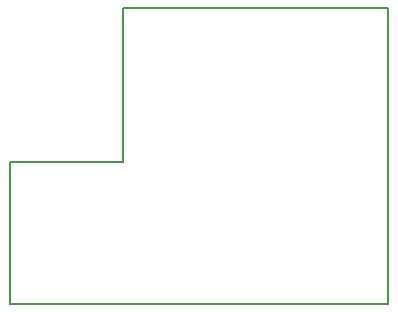
<source format=gbr>
G04 DipTrace 3.3.1.3*
G04 BoardOutline.gbr*
%MOMM*%
G04 #@! TF.FileFunction,Profile*
G04 #@! TF.Part,Single*
%ADD11C,0.14*%
%FSLAX35Y35*%
G04*
G71*
G90*
G75*
G01*
G04 BoardOutline*
%LPD*%
X4200000Y1000000D2*
D11*
Y3500000D1*
X1950000D1*
Y3100000D1*
Y2200000D1*
X1800000D1*
X1200000D1*
X1000000D1*
Y1000000D1*
X4200000D1*
M02*

</source>
